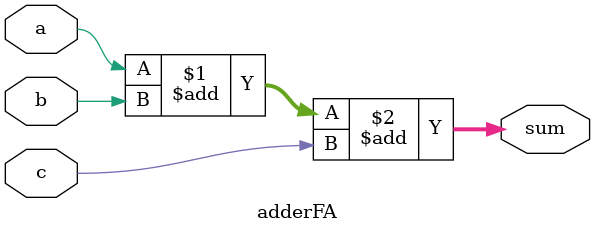
<source format=v>
module Proj_1(m, q, p);     
	input [3:0] m, q;
	output [7:0] p;
	wire [3:0] lineA, lineB, lineC, lineD;
	wire [1:0] adderA, adderB, adderC, adderD, adderE, adderF, adderG, adderH, adderI, adderJ, adderK, adderL;
	wire z;
	assign z = m[0]&q[0];
	
	assign lineA = {m[3]&q[0],m[2]&q[0],m[1]&q[0],m[0]&q[0]};
	assign lineB = {m[3]&q[1],m[2]&q[1],m[1]&q[1],m[0]&q[1]};
	assign lineC = {m[3]&q[2],m[2]&q[2],m[1]&q[2],m[0]&q[2]};
	assign lineD = {m[3]&q[3],m[2]&q[3],m[1]&q[3],m[0]&q[3]};
	
	adderFA adder1 (lineA[1], lineB[0], 0, adderA);
	adderFA adder2 (lineA[2], lineB[1], adderA[1], adderB);
	adderFA adder3 (lineA[3], lineB[2], adderB[1], adderC);
	adderFA adder4 (lineB[3], 0, adderC[1], adderD);
	
	adderFA adder5 (adderB[0], lineC[0], 0, adderE);
	adderFA adder6 (lineC[1], adderC[0], adderE[1], adderF);
	adderFA adder7 (lineC[2], adderD[0], adderF[1], adderG);
	adderFA adder8 (lineC[3], adderD[1], adderG[1], adderH);
	
	adderFA adder9 (lineD[0], adderF[0], 0, adderI);
	adderFA adder10 (lineD[1], adderG[0], adderI[1], adderJ);
	adderFA adder11 (lineD[2], adderH[0], adderJ[1], adderK);
	adderFA adder12 (lineD[3], adderH[1], adderK[1], adderL);
	
	assign p = {adderL[1],adderL[0],adderK[0],adderJ[0],adderI[0],adderE[0],adderA[0],z};
		
endmodule

module adderFA(a, b, c, sum);     
	input a, b, c;     
	output [1:0] sum;
	assign sum = a + b + c; //add the three bits to form a 2-bit sum 
endmodule
</source>
